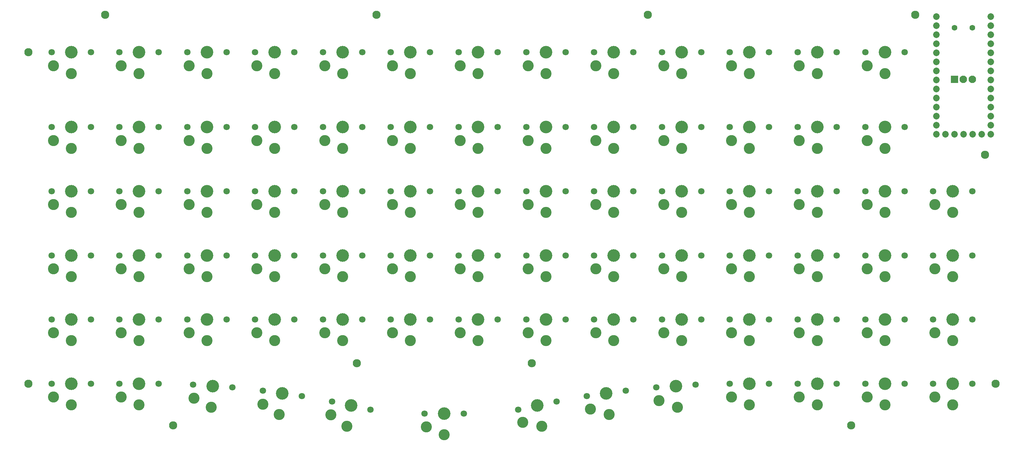
<source format=gbr>
%TF.GenerationSoftware,KiCad,Pcbnew,8.0.7*%
%TF.CreationDate,2025-01-24T18:11:27+01:00*%
%TF.ProjectId,eepyboard_rev3,65657079-626f-4617-9264-5f726576332e,1.2*%
%TF.SameCoordinates,Original*%
%TF.FileFunction,Soldermask,Top*%
%TF.FilePolarity,Negative*%
%FSLAX46Y46*%
G04 Gerber Fmt 4.6, Leading zero omitted, Abs format (unit mm)*
G04 Created by KiCad (PCBNEW 8.0.7) date 2025-01-24 18:11:27*
%MOMM*%
%LPD*%
G01*
G04 APERTURE LIST*
G04 Aperture macros list*
%AMRoundRect*
0 Rectangle with rounded corners*
0 $1 Rounding radius*
0 $2 $3 $4 $5 $6 $7 $8 $9 X,Y pos of 4 corners*
0 Add a 4 corners polygon primitive as box body*
4,1,4,$2,$3,$4,$5,$6,$7,$8,$9,$2,$3,0*
0 Add four circle primitives for the rounded corners*
1,1,$1+$1,$2,$3*
1,1,$1+$1,$4,$5*
1,1,$1+$1,$6,$7*
1,1,$1+$1,$8,$9*
0 Add four rect primitives between the rounded corners*
20,1,$1+$1,$2,$3,$4,$5,0*
20,1,$1+$1,$4,$5,$6,$7,0*
20,1,$1+$1,$6,$7,$8,$9,0*
20,1,$1+$1,$8,$9,$2,$3,0*%
G04 Aperture macros list end*
%ADD10C,1.801800*%
%ADD11C,3.100000*%
%ADD12C,3.529000*%
%ADD13C,2.300000*%
%ADD14C,1.600000*%
%ADD15RoundRect,0.050000X1.000000X-1.000000X1.000000X1.000000X-1.000000X1.000000X-1.000000X-1.000000X0*%
%ADD16C,2.100000*%
%ADD17C,1.852600*%
G04 APERTURE END LIST*
D10*
%TO.C,S43*%
X271016746Y-175175901D03*
D11*
X265516746Y-181125901D03*
D12*
X265516746Y-175175901D03*
D11*
X260516746Y-178925901D03*
D10*
X260016746Y-175175901D03*
%TD*%
%TO.C,S62*%
X120608016Y-176244171D03*
D11*
X114706363Y-181796016D03*
D12*
X115121414Y-175860510D03*
D11*
X109872007Y-179252593D03*
D10*
X109634812Y-175476849D03*
%TD*%
%TO.C,S73*%
X157016748Y-82175900D03*
D11*
X151516748Y-88125900D03*
D12*
X151516748Y-82175900D03*
D11*
X146516748Y-85925900D03*
D10*
X146016748Y-82175900D03*
%TD*%
%TO.C,S4*%
X81016746Y-121175898D03*
D11*
X75516746Y-127125898D03*
D12*
X75516746Y-121175898D03*
D11*
X70516746Y-124925898D03*
D10*
X70016746Y-121175898D03*
%TD*%
D13*
%TO.C,_2*%
X161016746Y-71675903D03*
%TD*%
D10*
%TO.C,S41*%
X252016746Y-121175902D03*
D11*
X246516746Y-127125902D03*
D12*
X246516746Y-121175902D03*
D11*
X241516746Y-124925902D03*
D10*
X241016746Y-121175902D03*
%TD*%
%TO.C,S72*%
X138016747Y-82175901D03*
D11*
X132516747Y-88125901D03*
D12*
X132516747Y-82175901D03*
D11*
X127516747Y-85925901D03*
D10*
X127016747Y-82175901D03*
%TD*%
%TO.C,S6*%
X100016749Y-175175898D03*
D11*
X94516749Y-181125898D03*
D12*
X94516749Y-175175898D03*
D11*
X89516749Y-178925898D03*
D10*
X89016749Y-175175898D03*
%TD*%
D13*
%TO.C,_3*%
X237016746Y-71675900D03*
%TD*%
D10*
%TO.C,S27*%
X195016746Y-157175901D03*
D11*
X189516746Y-163125901D03*
D12*
X189516746Y-157175901D03*
D11*
X184516746Y-160925901D03*
D10*
X184016746Y-157175901D03*
%TD*%
%TO.C,S49*%
X290016747Y-157175904D03*
D11*
X284516747Y-163125904D03*
D12*
X284516747Y-157175904D03*
D11*
X279516747Y-160925904D03*
D10*
X279016747Y-157175904D03*
%TD*%
%TO.C,S58*%
X328016747Y-175175899D03*
D11*
X322516747Y-181125899D03*
D12*
X322516747Y-175175899D03*
D11*
X317516747Y-178925899D03*
D10*
X317016747Y-175175899D03*
%TD*%
%TO.C,S77*%
X233016749Y-82175899D03*
D11*
X227516749Y-88125899D03*
D12*
X227516749Y-82175899D03*
D11*
X222516749Y-85925899D03*
D10*
X222016749Y-82175899D03*
%TD*%
D14*
%TO.C,ROT1*%
X322976745Y-75295902D03*
X327976745Y-75295902D03*
D15*
X322976745Y-89795905D03*
D16*
X327976745Y-89795904D03*
X325476746Y-89795902D03*
%TD*%
D10*
%TO.C,S11*%
X119016747Y-157175904D03*
D11*
X113516747Y-163125904D03*
D12*
X113516747Y-157175904D03*
D11*
X108516747Y-160925904D03*
D10*
X108016747Y-157175904D03*
%TD*%
%TO.C,S7*%
X100016748Y-157175903D03*
D11*
X94516748Y-163125903D03*
D12*
X94516748Y-157175903D03*
D11*
X89516748Y-160925903D03*
D10*
X89016748Y-157175903D03*
%TD*%
%TO.C,S18*%
X138016745Y-103175900D03*
D11*
X132516745Y-109125900D03*
D12*
X132516745Y-103175900D03*
D11*
X127516745Y-106925900D03*
D10*
X127016745Y-103175900D03*
%TD*%
%TO.C,S34*%
X214016749Y-103175899D03*
D11*
X208516749Y-109125899D03*
D12*
X208516749Y-103175899D03*
D11*
X203516749Y-106925899D03*
D10*
X203016749Y-103175899D03*
%TD*%
%TO.C,S70*%
X100016743Y-82175900D03*
D11*
X94516743Y-88125900D03*
D12*
X94516743Y-82175900D03*
D11*
X89516743Y-85925900D03*
D10*
X89016743Y-82175900D03*
%TD*%
%TO.C,S35*%
X233016746Y-157175903D03*
D11*
X227516746Y-163125903D03*
D12*
X227516746Y-157175903D03*
D11*
X222516746Y-160925903D03*
D10*
X222016746Y-157175903D03*
%TD*%
%TO.C,S37*%
X233016746Y-121175902D03*
D11*
X227516746Y-127125902D03*
D12*
X227516746Y-121175902D03*
D11*
X222516746Y-124925902D03*
D10*
X222016746Y-121175902D03*
%TD*%
%TO.C,S76*%
X214016750Y-82175900D03*
D11*
X208516750Y-88125900D03*
D12*
X208516750Y-82175900D03*
D11*
X203516750Y-85925900D03*
D10*
X203016750Y-82175900D03*
%TD*%
%TO.C,S15*%
X138016746Y-157175902D03*
D11*
X132516746Y-163125902D03*
D12*
X132516746Y-157175902D03*
D11*
X127516746Y-160925902D03*
D10*
X127016746Y-157175902D03*
%TD*%
D13*
%TO.C,_1*%
X85016749Y-71675901D03*
%TD*%
D10*
%TO.C,S44*%
X271016746Y-157175902D03*
D11*
X265516746Y-163125902D03*
D12*
X265516746Y-157175902D03*
D11*
X260516746Y-160925902D03*
D10*
X260016746Y-157175902D03*
%TD*%
%TO.C,S52*%
X290016750Y-103175898D03*
D11*
X284516750Y-109125898D03*
D12*
X284516750Y-103175898D03*
D11*
X279516750Y-106925898D03*
D10*
X279016750Y-103175898D03*
%TD*%
%TO.C,S68*%
X185516749Y-183567395D03*
D11*
X180016749Y-189517395D03*
D12*
X180016749Y-183567395D03*
D11*
X175016749Y-187317395D03*
D10*
X174516749Y-183567395D03*
%TD*%
%TO.C,S21*%
X157016748Y-121175902D03*
D11*
X151516748Y-127125902D03*
D12*
X151516748Y-121175902D03*
D11*
X146516748Y-124925902D03*
D10*
X146016748Y-121175902D03*
%TD*%
%TO.C,S67*%
X211464140Y-180173877D03*
D11*
X207321403Y-187137369D03*
D12*
X206084328Y-181317391D03*
D11*
X201973259Y-186025003D03*
D10*
X200704516Y-182460905D03*
%TD*%
%TO.C,S42*%
X252016746Y-103175898D03*
D11*
X246516746Y-109125898D03*
D12*
X246516746Y-103175898D03*
D11*
X241516746Y-106925898D03*
D10*
X241016746Y-103175898D03*
%TD*%
%TO.C,S63*%
X140077043Y-178676455D03*
D11*
X133802489Y-183803098D03*
D12*
X134630569Y-177911003D03*
D11*
X129157335Y-180928642D03*
D10*
X129184095Y-177145551D03*
%TD*%
%TO.C,S16*%
X138016751Y-139175903D03*
D11*
X132516751Y-145125903D03*
D12*
X132516751Y-139175903D03*
D11*
X127516751Y-142925903D03*
D10*
X127016751Y-139175903D03*
%TD*%
D13*
%TO.C,_8*%
X204516749Y-169425895D03*
%TD*%
D10*
%TO.C,S75*%
X195016751Y-82175897D03*
D11*
X189516751Y-88125897D03*
D12*
X189516751Y-82175897D03*
D11*
X184516751Y-85925897D03*
D10*
X184016751Y-82175897D03*
%TD*%
%TO.C,S66*%
X230849400Y-177145555D03*
D11*
X226231006Y-183803102D03*
D12*
X225402926Y-177911007D03*
D11*
X220973485Y-182320378D03*
D10*
X219956452Y-178676459D03*
%TD*%
%TO.C,S30*%
X195016745Y-103175901D03*
D11*
X189516745Y-109125901D03*
D12*
X189516745Y-103175901D03*
D11*
X184516745Y-106925901D03*
D10*
X184016745Y-103175901D03*
%TD*%
D17*
%TO.C,MCU1*%
X333136746Y-72165900D03*
X333136746Y-74705900D03*
X333136746Y-77245900D03*
X333136746Y-79785900D03*
X333136746Y-82325900D03*
X333136746Y-84865900D03*
X333136746Y-87405900D03*
X333136746Y-89945900D03*
X333136746Y-92485900D03*
X333136746Y-95025900D03*
X333136746Y-97565900D03*
X333136746Y-100105900D03*
X333136746Y-102645900D03*
X333136746Y-105185900D03*
X330596746Y-105185900D03*
X328056746Y-105185900D03*
X325516746Y-105185900D03*
X322976746Y-105185900D03*
X320436746Y-105185900D03*
X317896746Y-72165900D03*
X317896746Y-74705900D03*
X317896746Y-77245900D03*
X317896746Y-79785900D03*
X317896746Y-82325900D03*
X317896746Y-84865900D03*
X317896746Y-87405900D03*
X317896746Y-89945900D03*
X317896746Y-92485900D03*
X317896746Y-95025900D03*
X317896746Y-97565900D03*
X317896746Y-100105900D03*
X317896746Y-102645900D03*
X317896746Y-105185900D03*
%TD*%
D10*
%TO.C,S59*%
X328016745Y-157175902D03*
D11*
X322516745Y-163125902D03*
D12*
X322516745Y-157175902D03*
D11*
X317516745Y-160925902D03*
D10*
X317016745Y-157175902D03*
%TD*%
%TO.C,S14*%
X119016746Y-103175901D03*
D11*
X113516746Y-109125901D03*
D12*
X113516746Y-103175901D03*
D11*
X108516746Y-106925901D03*
D10*
X108016746Y-103175901D03*
%TD*%
%TO.C,S12*%
X119016748Y-139175903D03*
D11*
X113516748Y-145125903D03*
D12*
X113516748Y-139175903D03*
D11*
X108516748Y-142925903D03*
D10*
X108016748Y-139175903D03*
%TD*%
%TO.C,S61*%
X328016748Y-121175896D03*
D11*
X322516748Y-127125896D03*
D12*
X322516748Y-121175896D03*
D11*
X317516748Y-124925896D03*
D10*
X317016748Y-121175896D03*
%TD*%
D13*
%TO.C,_9*%
X104016746Y-186925900D03*
%TD*%
D10*
%TO.C,S60*%
X328016747Y-139175902D03*
D11*
X322516747Y-145125902D03*
D12*
X322516747Y-139175902D03*
D11*
X317516747Y-142925902D03*
D10*
X317016747Y-139175902D03*
%TD*%
%TO.C,S64*%
X159328981Y-182460906D03*
D11*
X152712094Y-187137370D03*
D12*
X153949169Y-181317392D03*
D11*
X148278762Y-183945887D03*
D10*
X148569357Y-180173878D03*
%TD*%
%TO.C,S53*%
X309016750Y-175175900D03*
D11*
X303516750Y-181125900D03*
D12*
X303516750Y-175175900D03*
D11*
X298516750Y-178925900D03*
D10*
X298016750Y-175175900D03*
%TD*%
D13*
%TO.C,_12*%
X334516744Y-175175900D03*
%TD*%
D10*
%TO.C,S24*%
X176016745Y-139175901D03*
D11*
X170516745Y-145125901D03*
D12*
X170516745Y-139175901D03*
D11*
X165516745Y-142925901D03*
D10*
X165016745Y-139175901D03*
%TD*%
%TO.C,S56*%
X309016747Y-121175898D03*
D11*
X303516747Y-127125898D03*
D12*
X303516747Y-121175898D03*
D11*
X298516747Y-124925898D03*
D10*
X298016747Y-121175898D03*
%TD*%
%TO.C,S46*%
X271016745Y-121175898D03*
D11*
X265516745Y-127125898D03*
D12*
X265516745Y-121175898D03*
D11*
X260516745Y-124925898D03*
D10*
X260016745Y-121175898D03*
%TD*%
%TO.C,S80*%
X290016749Y-82175897D03*
D11*
X284516749Y-88125897D03*
D12*
X284516749Y-82175897D03*
D11*
X279516749Y-85925897D03*
D10*
X279016749Y-82175897D03*
%TD*%
%TO.C,S36*%
X233016749Y-139175900D03*
D11*
X227516749Y-145125900D03*
D12*
X227516749Y-139175900D03*
D11*
X222516749Y-142925900D03*
D10*
X222016749Y-139175900D03*
%TD*%
%TO.C,S33*%
X214016749Y-121175901D03*
D11*
X208516749Y-127125901D03*
D12*
X208516749Y-121175901D03*
D11*
X203516749Y-124925901D03*
D10*
X203016749Y-121175901D03*
%TD*%
%TO.C,S47*%
X271016748Y-103175897D03*
D11*
X265516748Y-109125897D03*
D12*
X265516748Y-103175897D03*
D11*
X260516748Y-106925897D03*
D10*
X260016748Y-103175897D03*
%TD*%
D13*
%TO.C,_10*%
X63516748Y-175175900D03*
%TD*%
D10*
%TO.C,S22*%
X157016746Y-103175900D03*
D11*
X151516746Y-109125900D03*
D12*
X151516746Y-103175900D03*
D11*
X146516746Y-106925900D03*
D10*
X146016746Y-103175900D03*
%TD*%
D13*
%TO.C,_6*%
X331516749Y-110925902D03*
%TD*%
D10*
%TO.C,S65*%
X250398681Y-175476852D03*
D11*
X245327130Y-181796019D03*
D12*
X244912079Y-175860513D03*
D11*
X240185846Y-179950161D03*
D10*
X239425477Y-176244174D03*
%TD*%
D13*
%TO.C,_4*%
X312016748Y-71675899D03*
%TD*%
D10*
%TO.C,S23*%
X176016748Y-157175901D03*
D11*
X170516748Y-163125901D03*
D12*
X170516748Y-157175901D03*
D11*
X165516748Y-160925901D03*
D10*
X165016748Y-157175901D03*
%TD*%
%TO.C,S71*%
X119016745Y-82175901D03*
D11*
X113516745Y-88125901D03*
D12*
X113516745Y-82175901D03*
D11*
X108516745Y-85925901D03*
D10*
X108016745Y-82175901D03*
%TD*%
D13*
%TO.C,_7*%
X155516747Y-169425897D03*
%TD*%
D10*
%TO.C,S32*%
X214016747Y-139175900D03*
D11*
X208516747Y-145125900D03*
D12*
X208516747Y-139175900D03*
D11*
X203516747Y-142925900D03*
D10*
X203016747Y-139175900D03*
%TD*%
%TO.C,S20*%
X157016745Y-139175899D03*
D11*
X151516745Y-145125899D03*
D12*
X151516745Y-139175899D03*
D11*
X146516745Y-142925899D03*
D10*
X146016745Y-139175899D03*
%TD*%
%TO.C,S81*%
X309016746Y-82175902D03*
D11*
X303516746Y-88125902D03*
D12*
X303516746Y-82175902D03*
D11*
X298516746Y-85925902D03*
D10*
X298016746Y-82175902D03*
%TD*%
%TO.C,S5*%
X81016749Y-103175900D03*
D11*
X75516749Y-109125900D03*
D12*
X75516749Y-103175900D03*
D11*
X70516749Y-106925900D03*
D10*
X70016749Y-103175900D03*
%TD*%
%TO.C,S28*%
X195016745Y-139175900D03*
D11*
X189516745Y-145125900D03*
D12*
X189516745Y-139175900D03*
D11*
X184516745Y-142925900D03*
D10*
X184016745Y-139175900D03*
%TD*%
%TO.C,S26*%
X176016749Y-103175897D03*
D11*
X170516749Y-109125897D03*
D12*
X170516749Y-103175897D03*
D11*
X165516749Y-106925897D03*
D10*
X165016749Y-103175897D03*
%TD*%
%TO.C,S25*%
X176016747Y-121175902D03*
D11*
X170516747Y-127125902D03*
D12*
X170516747Y-121175902D03*
D11*
X165516747Y-124925902D03*
D10*
X165016747Y-121175902D03*
%TD*%
%TO.C,S45*%
X271016750Y-139175900D03*
D11*
X265516750Y-145125900D03*
D12*
X265516750Y-139175900D03*
D11*
X260516750Y-142925900D03*
D10*
X260016750Y-139175900D03*
%TD*%
%TO.C,S9*%
X100016748Y-121175899D03*
D11*
X94516748Y-127125899D03*
D12*
X94516748Y-121175899D03*
D11*
X89516748Y-124925899D03*
D10*
X89016748Y-121175899D03*
%TD*%
%TO.C,S38*%
X233016747Y-103175902D03*
D11*
X227516747Y-109125902D03*
D12*
X227516747Y-103175902D03*
D11*
X222516747Y-106925902D03*
D10*
X222016747Y-103175902D03*
%TD*%
%TO.C,S8*%
X100016746Y-139175901D03*
D11*
X94516746Y-145125901D03*
D12*
X94516746Y-139175901D03*
D11*
X89516746Y-142925901D03*
D10*
X89016746Y-139175901D03*
%TD*%
%TO.C,S39*%
X252016747Y-157175900D03*
D11*
X246516747Y-163125900D03*
D12*
X246516747Y-157175900D03*
D11*
X241516747Y-160925900D03*
D10*
X241016747Y-157175900D03*
%TD*%
%TO.C,S40*%
X252016751Y-139175899D03*
D11*
X246516751Y-145125899D03*
D12*
X246516751Y-139175899D03*
D11*
X241516751Y-142925899D03*
D10*
X241016751Y-139175899D03*
%TD*%
%TO.C,S54*%
X309016744Y-157175903D03*
D11*
X303516744Y-163125903D03*
D12*
X303516744Y-157175903D03*
D11*
X298516744Y-160925903D03*
D10*
X298016744Y-157175903D03*
%TD*%
%TO.C,S17*%
X138016746Y-121175902D03*
D11*
X132516746Y-127125902D03*
D12*
X132516746Y-121175902D03*
D11*
X127516746Y-124925902D03*
D10*
X127016746Y-121175902D03*
%TD*%
%TO.C,S19*%
X157016747Y-157175903D03*
D11*
X151516747Y-163125903D03*
D12*
X151516747Y-157175903D03*
D11*
X146516747Y-160925903D03*
D10*
X146016747Y-157175903D03*
%TD*%
%TO.C,S2*%
X81016749Y-157175901D03*
D11*
X75516749Y-163125901D03*
D12*
X75516749Y-157175901D03*
D11*
X70516749Y-160925901D03*
D10*
X70016749Y-157175901D03*
%TD*%
%TO.C,S48*%
X290016748Y-175175899D03*
D11*
X284516748Y-181125899D03*
D12*
X284516748Y-175175899D03*
D11*
X279516748Y-178925899D03*
D10*
X279016748Y-175175899D03*
%TD*%
%TO.C,S79*%
X271016749Y-82175898D03*
D11*
X265516749Y-88125898D03*
D12*
X265516749Y-82175898D03*
D11*
X260516749Y-85925898D03*
D10*
X260016749Y-82175898D03*
%TD*%
%TO.C,S50*%
X290016751Y-139175900D03*
D11*
X284516751Y-145125900D03*
D12*
X284516751Y-139175900D03*
D11*
X279516751Y-142925900D03*
D10*
X279016751Y-139175900D03*
%TD*%
%TO.C,S3*%
X81016749Y-139175902D03*
D11*
X75516749Y-145125902D03*
D12*
X75516749Y-139175902D03*
D11*
X70516749Y-142925902D03*
D10*
X70016749Y-139175902D03*
%TD*%
D13*
%TO.C,_11*%
X294016748Y-186925902D03*
%TD*%
D10*
%TO.C,S74*%
X176016748Y-82175897D03*
D11*
X170516748Y-88125897D03*
D12*
X170516748Y-82175897D03*
D11*
X165516748Y-85925897D03*
D10*
X165016748Y-82175897D03*
%TD*%
D13*
%TO.C,_5*%
X63516749Y-82175900D03*
%TD*%
D10*
%TO.C,S69*%
X81016746Y-82175902D03*
D11*
X75516746Y-88125902D03*
D12*
X75516746Y-82175902D03*
D11*
X70516746Y-85925902D03*
D10*
X70016746Y-82175902D03*
%TD*%
%TO.C,S31*%
X214016747Y-157175900D03*
D11*
X208516747Y-163125900D03*
D12*
X208516747Y-157175900D03*
D11*
X203516747Y-160925900D03*
D10*
X203016747Y-157175900D03*
%TD*%
%TO.C,S57*%
X309016748Y-103175899D03*
D11*
X303516748Y-109125899D03*
D12*
X303516748Y-103175899D03*
D11*
X298516748Y-106925899D03*
D10*
X298016748Y-103175899D03*
%TD*%
%TO.C,S10*%
X100016748Y-103175899D03*
D11*
X94516748Y-109125899D03*
D12*
X94516748Y-103175899D03*
D11*
X89516748Y-106925899D03*
D10*
X89016748Y-103175899D03*
%TD*%
%TO.C,S78*%
X252016751Y-82175900D03*
D11*
X246516751Y-88125900D03*
D12*
X246516751Y-82175900D03*
D11*
X241516751Y-85925900D03*
D10*
X241016751Y-82175900D03*
%TD*%
%TO.C,S51*%
X290016744Y-121175898D03*
D11*
X284516744Y-127125898D03*
D12*
X284516744Y-121175898D03*
D11*
X279516744Y-124925898D03*
D10*
X279016744Y-121175898D03*
%TD*%
%TO.C,S13*%
X119016747Y-121175901D03*
D11*
X113516747Y-127125901D03*
D12*
X113516747Y-121175901D03*
D11*
X108516747Y-124925901D03*
D10*
X108016747Y-121175901D03*
%TD*%
%TO.C,S1*%
X81016744Y-175175901D03*
D11*
X75516744Y-181125901D03*
D12*
X75516744Y-175175901D03*
D11*
X70516744Y-178925901D03*
D10*
X70016744Y-175175901D03*
%TD*%
%TO.C,S29*%
X195016747Y-121175903D03*
D11*
X189516747Y-127125903D03*
D12*
X189516747Y-121175903D03*
D11*
X184516747Y-124925903D03*
D10*
X184016747Y-121175903D03*
%TD*%
%TO.C,S55*%
X309016753Y-139175901D03*
D11*
X303516753Y-145125901D03*
D12*
X303516753Y-139175901D03*
D11*
X298516753Y-142925901D03*
D10*
X298016753Y-139175901D03*
%TD*%
M02*

</source>
